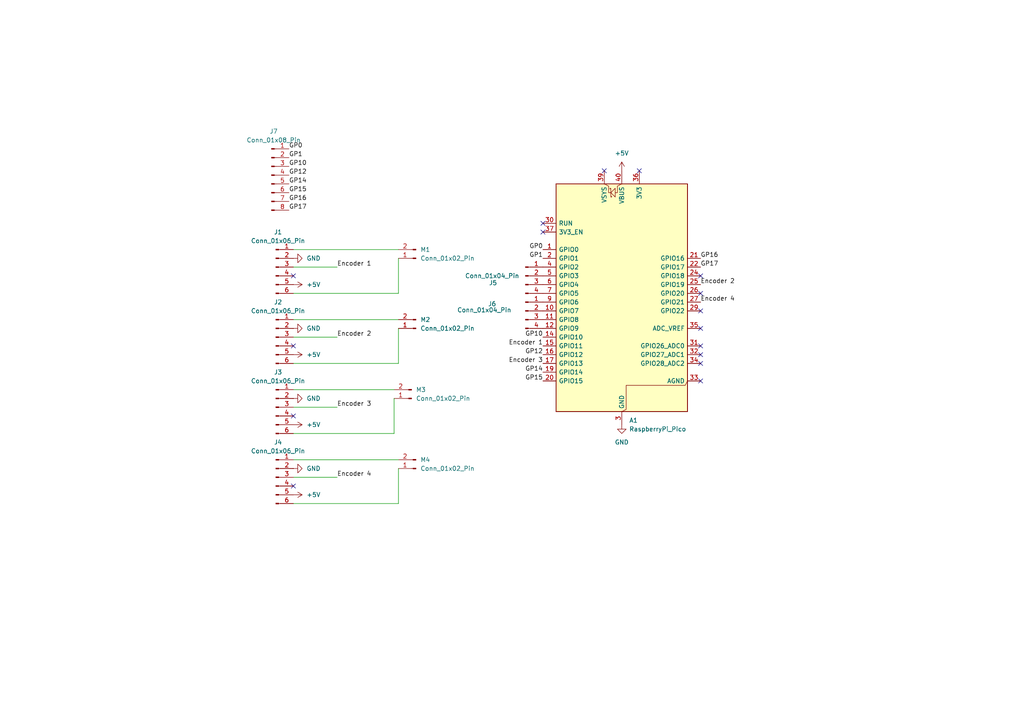
<source format=kicad_sch>
(kicad_sch (version 20250114) (generator "eeschema") (generator_version "9.0")
  (paper "A4")
  (lib_symbols
    (symbol "Connector:Conn_01x02_Pin" (pin_names (offset 1.016) (hide yes))
      (property "Reference" "J" (at 0 2.54 0))
      (property "Value" "Conn_01x02_Pin" (at 0 -5.08 0))
      (symbol "Conn_01x02_Pin_1_1"
        (rectangle (start 0.8636 0.127) (end 0 -0.127) (stroke (width 0.1524)) (fill (type outline)))
        (rectangle (start 0.8636 -2.413) (end 0 -2.667) (stroke (width 0.1524)) (fill (type outline)))
        (polyline (pts (xy 1.27 0) (xy 0.8636 0)) (stroke (width 0.1524)))
        (polyline (pts (xy 1.27 -2.54) (xy 0.8636 -2.54)) (stroke (width 0.1524)))
        (pin passive line (at 5.08 0 180) (length 3.81) (name "Pin_1") (number "1"))
        (pin passive line (at 5.08 -2.54 180) (length 3.81) (name "Pin_2") (number "2"))
      )
    )
    (symbol "Connector:Conn_01x04_Pin" (pin_names (offset 1.016) (hide yes))
      (property "Reference" "J" (at 0 5.08 0))
      (property "Value" "Conn_01x04_Pin" (at 0 -7.62 0))
      (symbol "Conn_01x04_Pin_1_1"
        (rectangle (start 0.8636 2.667) (end 0 2.413) (stroke (width 0.1524)) (fill (type outline)))
        (rectangle (start 0.8636 0.127) (end 0 -0.127) (stroke (width 0.1524)) (fill (type outline)))
        (rectangle (start 0.8636 -2.413) (end 0 -2.667) (stroke (width 0.1524)) (fill (type outline)))
        (rectangle (start 0.8636 -4.953) (end 0 -5.207) (stroke (width 0.1524)) (fill (type outline)))
        (polyline (pts (xy 1.27 2.54) (xy 0.8636 2.54)) (stroke (width 0.1524)))
        (polyline (pts (xy 1.27 0) (xy 0.8636 0)) (stroke (width 0.1524)))
        (polyline (pts (xy 1.27 -2.54) (xy 0.8636 -2.54)) (stroke (width 0.1524)))
        (polyline (pts (xy 1.27 -5.08) (xy 0.8636 -5.08)) (stroke (width 0.1524)))
        (pin passive line (at 5.08 2.54 180) (length 3.81) (name "Pin_1") (number "1"))
        (pin passive line (at 5.08 0 180) (length 3.81) (name "Pin_2") (number "2"))
        (pin passive line (at 5.08 -2.54 180) (length 3.81) (name "Pin_3") (number "3"))
        (pin passive line (at 5.08 -5.08 180) (length 3.81) (name "Pin_4") (number "4"))
      )
    )
    (symbol "Connector:Conn_01x06_Pin" (pin_names (offset 1.016) (hide yes))
      (property "Reference" "J" (at 0 7.62 0))
      (property "Value" "Conn_01x06_Pin" (at 0 -10.16 0))
      (symbol "Conn_01x06_Pin_1_1"
        (rectangle (start 0.8636 5.207) (end 0 4.953) (stroke (width 0.1524)) (fill (type outline)))
        (rectangle (start 0.8636 2.667) (end 0 2.413) (stroke (width 0.1524)) (fill (type outline)))
        (rectangle (start 0.8636 0.127) (end 0 -0.127) (stroke (width 0.1524)) (fill (type outline)))
        (rectangle (start 0.8636 -2.413) (end 0 -2.667) (stroke (width 0.1524)) (fill (type outline)))
        (rectangle (start 0.8636 -4.953) (end 0 -5.207) (stroke (width 0.1524)) (fill (type outline)))
        (rectangle (start 0.8636 -7.493) (end 0 -7.747) (stroke (width 0.1524)) (fill (type outline)))
        (polyline (pts (xy 1.27 5.08) (xy 0.8636 5.08)) (stroke (width 0.1524)))
        (polyline (pts (xy 1.27 2.54) (xy 0.8636 2.54)) (stroke (width 0.1524)))
        (polyline (pts (xy 1.27 0) (xy 0.8636 0)) (stroke (width 0.1524)))
        (polyline (pts (xy 1.27 -2.54) (xy 0.8636 -2.54)) (stroke (width 0.1524)))
        (polyline (pts (xy 1.27 -5.08) (xy 0.8636 -5.08)) (stroke (width 0.1524)))
        (polyline (pts (xy 1.27 -7.62) (xy 0.8636 -7.62)) (stroke (width 0.1524)))
        (pin passive line (at 5.08 5.08 180) (length 3.81) (name "Pin_1") (number "1"))
        (pin passive line (at 5.08 2.54 180) (length 3.81) (name "Pin_2") (number "2"))
        (pin passive line (at 5.08 0 180) (length 3.81) (name "Pin_3") (number "3"))
        (pin passive line (at 5.08 -2.54 180) (length 3.81) (name "Pin_4") (number "4"))
        (pin passive line (at 5.08 -5.08 180) (length 3.81) (name "Pin_5") (number "5"))
        (pin passive line (at 5.08 -7.62 180) (length 3.81) (name "Pin_6") (number "6"))
      )
    )
    (symbol "Connector:Conn_01x08_Pin" (pin_names (offset 1.016) (hide yes))
      (property "Reference" "J" (at 0 10.16 0))
      (property "Value" "Conn_01x08_Pin" (at 0 -12.7 0))
      (symbol "Conn_01x08_Pin_1_1"
        (rectangle (start 0.8636 7.747) (end 0 7.493) (stroke (width 0.1524)) (fill (type outline)))
        (rectangle (start 0.8636 5.207) (end 0 4.953) (stroke (width 0.1524)) (fill (type outline)))
        (rectangle (start 0.8636 2.667) (end 0 2.413) (stroke (width 0.1524)) (fill (type outline)))
        (rectangle (start 0.8636 0.127) (end 0 -0.127) (stroke (width 0.1524)) (fill (type outline)))
        (rectangle (start 0.8636 -2.413) (end 0 -2.667) (stroke (width 0.1524)) (fill (type outline)))
        (rectangle (start 0.8636 -4.953) (end 0 -5.207) (stroke (width 0.1524)) (fill (type outline)))
        (rectangle (start 0.8636 -7.493) (end 0 -7.747) (stroke (width 0.1524)) (fill (type outline)))
        (rectangle (start 0.8636 -10.033) (end 0 -10.287) (stroke (width 0.1524)) (fill (type outline)))
        (polyline (pts (xy 1.27 7.62) (xy 0.8636 7.62)) (stroke (width 0.1524)))
        (polyline (pts (xy 1.27 5.08) (xy 0.8636 5.08)) (stroke (width 0.1524)))
        (polyline (pts (xy 1.27 2.54) (xy 0.8636 2.54)) (stroke (width 0.1524)))
        (polyline (pts (xy 1.27 0) (xy 0.8636 0)) (stroke (width 0.1524)))
        (polyline (pts (xy 1.27 -2.54) (xy 0.8636 -2.54)) (stroke (width 0.1524)))
        (polyline (pts (xy 1.27 -5.08) (xy 0.8636 -5.08)) (stroke (width 0.1524)))
        (polyline (pts (xy 1.27 -7.62) (xy 0.8636 -7.62)) (stroke (width 0.1524)))
        (polyline (pts (xy 1.27 -10.16) (xy 0.8636 -10.16)) (stroke (width 0.1524)))
        (pin passive line (at 5.08 7.62 180) (length 3.81) (name "Pin_1") (number "1"))
        (pin passive line (at 5.08 5.08 180) (length 3.81) (name "Pin_2") (number "2"))
        (pin passive line (at 5.08 2.54 180) (length 3.81) (name "Pin_3") (number "3"))
        (pin passive line (at 5.08 0 180) (length 3.81) (name "Pin_4") (number "4"))
        (pin passive line (at 5.08 -2.54 180) (length 3.81) (name "Pin_5") (number "5"))
        (pin passive line (at 5.08 -5.08 180) (length 3.81) (name "Pin_6") (number "6"))
        (pin passive line (at 5.08 -7.62 180) (length 3.81) (name "Pin_7") (number "7"))
        (pin passive line (at 5.08 -10.16 180) (length 3.81) (name "Pin_8") (number "8"))
      )
    )
    (symbol "MCU_Module:RaspberryPi_Pico" (pin_names (offset 0.762))
      (property "Reference" "A" (at -19.05 35.56 0))
      (property "Value" "RaspberryPi_Pico" (at 7.62 35.56 0))
      (symbol "RaspberryPi_Pico_0_1"
        (rectangle (start -19.05 34.29) (end 19.05 -31.75) (stroke (width 0.254)) (fill (type background)))
        (polyline (pts (xy -5.08 34.29) (xy -3.81 33.655) (xy -3.81 31.75) (xy -3.175 31.75)))
        (polyline (pts (xy -3.429 32.766) (xy -3.429 33.02) (xy -3.175 33.02) (xy -3.175 30.48) (xy -2.921 30.48) (xy -2.921 30.734)))
        (polyline (pts (xy -3.175 31.75) (xy -1.905 33.02) (xy -1.905 30.48) (xy -3.175 31.75)))
        (polyline (pts (xy 0 34.29) (xy -1.27 33.655) (xy -1.27 31.75) (xy -1.905 31.75)))
        (polyline (pts (xy 0 -31.75) (xy 1.27 -31.115) (xy 1.27 -24.13) (xy 18.415 -24.13) (xy 19.05 -22.86)))
      )
      (symbol "RaspberryPi_Pico_1_1"
        (pin passive line (at -22.86 22.86 0) (length 3.81) (name "RUN") (number "30"))
        (pin passive line (at -22.86 20.32 0) (length 3.81) (name "3V3_EN") (number "37"))
        (pin bidirectional line (at -22.86 15.24 0) (length 3.81) (name "GPIO0") (number "1"))
        (pin bidirectional line (at -22.86 12.7 0) (length 3.81) (name "GPIO1") (number "2"))
        (pin bidirectional line (at -22.86 10.16 0) (length 3.81) (name "GPIO2") (number "4"))
        (pin bidirectional line (at -22.86 7.62 0) (length 3.81) (name "GPIO3") (number "5"))
        (pin bidirectional line (at -22.86 5.08 0) (length 3.81) (name "GPIO4") (number "6"))
        (pin bidirectional line (at -22.86 2.54 0) (length 3.81) (name "GPIO5") (number "7"))
        (pin bidirectional line (at -22.86 0 0) (length 3.81) (name "GPIO6") (number "9"))
        (pin bidirectional line (at -22.86 -2.54 0) (length 3.81) (name "GPIO7") (number "10"))
        (pin bidirectional line (at -22.86 -5.08 0) (length 3.81) (name "GPIO8") (number "11"))
        (pin bidirectional line (at -22.86 -7.62 0) (length 3.81) (name "GPIO9") (number "12"))
        (pin bidirectional line (at -22.86 -10.16 0) (length 3.81) (name "GPIO10") (number "14"))
        (pin bidirectional line (at -22.86 -12.7 0) (length 3.81) (name "GPIO11") (number "15"))
        (pin bidirectional line (at -22.86 -15.24 0) (length 3.81) (name "GPIO12") (number "16"))
        (pin bidirectional line (at -22.86 -17.78 0) (length 3.81) (name "GPIO13") (number "17"))
        (pin bidirectional line (at -22.86 -20.32 0) (length 3.81) (name "GPIO14") (number "19"))
        (pin bidirectional line (at -22.86 -22.86 0) (length 3.81) (name "GPIO15") (number "20"))
        (pin power_in line (at -5.08 38.1 270) (length 3.81) (name "VSYS") (number "39"))
        (pin power_out line (at 0 38.1 270) (length 3.81) (name "VBUS") (number "40"))
        (pin passive line (at 0 -35.56 90) (length 3.81) (hide yes) (name "GND") (number "13"))
        (pin passive line (at 0 -35.56 90) (length 3.81) (hide yes) (name "GND") (number "18"))
        (pin passive line (at 0 -35.56 90) (length 3.81) (hide yes) (name "GND") (number "23"))
        (pin passive line (at 0 -35.56 90) (length 3.81) (hide yes) (name "GND") (number "28"))
        (pin power_out line (at 0 -35.56 90) (length 3.81) (name "GND") (number "3"))
        (pin passive line (at 0 -35.56 90) (length 3.81) (hide yes) (name "GND") (number "38"))
        (pin passive line (at 0 -35.56 90) (length 3.81) (hide yes) (name "GND") (number "8"))
        (pin power_out line (at 5.08 38.1 270) (length 3.81) (name "3V3") (number "36"))
        (pin bidirectional line (at 22.86 12.7 180) (length 3.81) (name "GPIO16") (number "21"))
        (pin bidirectional line (at 22.86 10.16 180) (length 3.81) (name "GPIO17") (number "22"))
        (pin bidirectional line (at 22.86 7.62 180) (length 3.81) (name "GPIO18") (number "24"))
        (pin bidirectional line (at 22.86 5.08 180) (length 3.81) (name "GPIO19") (number "25"))
        (pin bidirectional line (at 22.86 2.54 180) (length 3.81) (name "GPIO20") (number "26"))
        (pin bidirectional line (at 22.86 0 180) (length 3.81) (name "GPIO21") (number "27"))
        (pin bidirectional line (at 22.86 -2.54 180) (length 3.81) (name "GPIO22") (number "29"))
        (pin power_in line (at 22.86 -7.62 180) (length 3.81) (name "ADC_VREF") (number "35"))
        (pin bidirectional line (at 22.86 -12.7 180) (length 3.81) (name "GPIO26_ADC0") (number "31"))
        (pin bidirectional line (at 22.86 -15.24 180) (length 3.81) (name "GPIO27_ADC1") (number "32"))
        (pin bidirectional line (at 22.86 -17.78 180) (length 3.81) (name "GPIO28_ADC2") (number "34"))
        (pin power_out line (at 22.86 -22.86 180) (length 3.81) (name "AGND") (number "33"))
      )
    )
    (symbol "power:+5V" (power) (pin_numbers (hide yes)) (pin_names (offset 0) (hide yes))
      (property "Value" "+5V" (at 0 3.556 0))
      (symbol "+5V_0_1"
        (polyline (pts (xy -0.762 1.27) (xy 0 2.54)))
        (polyline (pts (xy 0 2.54) (xy 0.762 1.27)))
        (polyline (pts (xy 0 0) (xy 0 2.54)))
      )
      (symbol "+5V_1_1"
        (pin power_in line (at 0 0 90) (length 0) (name "~") (number "1"))
      )
    )
    (symbol "power:GND" (power) (pin_numbers (hide yes)) (pin_names (offset 0) (hide yes))
      (property "Value" "GND" (at 0 -3.81 0))
      (symbol "GND_0_1"
        (polyline (pts (xy 0 0) (xy 0 -1.27) (xy 1.27 -1.27) (xy 0 -2.54) (xy -1.27 -1.27) (xy 0 -1.27)))
      )
      (symbol "GND_1_1"
        (pin power_in line (at 0 0 270) (length 0) (name "~") (number "1"))
      )
    )
  )
  (no_connect (at 203.2 90.17))
  (no_connect (at 203.2 110.49))
  (no_connect (at 175.26 49.53))
  (no_connect (at 157.48 64.77))
  (no_connect (at 85.09 140.97))
  (no_connect (at 203.2 102.87))
  (no_connect (at 85.09 100.33))
  (no_connect (at 185.42 49.53))
  (no_connect (at 203.2 105.41))
  (no_connect (at 203.2 100.33))
  (no_connect (at 157.48 67.31))
  (no_connect (at 203.2 80.01))
  (no_connect (at 85.09 120.65))
  (no_connect (at 203.2 95.25))
  (no_connect (at 203.2 85.09))
  (no_connect (at 85.09 80.01))
  (wire (pts (xy 97.79 77.47) (xy 85.09 77.47)))
  (wire (pts (xy 85.09 125.73) (xy 114.3 125.73)))
  (wire (pts (xy 97.79 118.11) (xy 85.09 118.11)))
  (wire (pts (xy 97.79 97.79) (xy 85.09 97.79)))
  (wire (pts (xy 85.09 105.41) (xy 115.57 105.41)))
  (wire (pts (xy 85.09 92.71) (xy 115.57 92.71)))
  (wire (pts (xy 85.09 146.05) (xy 115.57 146.05)))
  (wire (pts (xy 97.79 138.43) (xy 85.09 138.43)))
  (wire (pts (xy 115.57 105.41) (xy 115.57 95.25)))
  (wire (pts (xy 85.09 133.35) (xy 115.57 133.35)))
  (wire (pts (xy 85.09 72.39) (xy 115.57 72.39)))
  (wire (pts (xy 115.57 146.05) (xy 115.57 135.89)))
  (wire (pts (xy 85.09 113.03) (xy 114.3 113.03)))
  (wire (pts (xy 114.3 125.73) (xy 114.3 115.57)))
  (wire (pts (xy 115.57 85.09) (xy 115.57 74.93)))
  (wire (pts (xy 85.09 85.09) (xy 115.57 85.09)))
  (label "GP1" (at 83.82 45.72 0))
  (label "GP17" (at 83.82 60.96 0))
  (label "GP15" (at 83.82 55.88 0))
  (label "Encoder 2" (at 203.2 82.55 0))
  (label "GP12" (at 83.82 50.8 0))
  (label "Encoder 1" (at 157.48 100.33 180))
  (label "GP15" (at 157.48 110.49 180))
  (label "GP16" (at 83.82 58.42 0))
  (label "GP0" (at 83.82 43.18 0))
  (label "GP10" (at 83.82 48.26 0))
  (label "GP16" (at 203.2 74.93 0))
  (label "Encoder 4" (at 203.2 87.63 0))
  (label "GP14" (at 157.48 107.95 180))
  (label "Encoder 3" (at 157.48 105.41 180))
  (label "GP14" (at 83.82 53.34 0))
  (label "GP0" (at 157.48 72.39 180))
  (label "Encoder 1" (at 97.79 77.47 0))
  (label "GP10" (at 157.48 97.79 180))
  (label "GP1" (at 157.48 74.93 180))
  (label "GP17" (at 203.2 77.47 0))
  (label "Encoder 3" (at 97.79 118.11 0))
  (label "Encoder 4" (at 97.79 138.43 0))
  (label "GP12" (at 157.48 102.87 180))
  (label "Encoder 2" (at 97.79 97.79 0))
  (symbol (lib_id "power:GND") (at 85.09 115.57 90) (unit 1)
    (property "Reference" "#PWR05" (effects (hide yes)))
    (property "Value" "GND" (at 88.9 115.5699 90) (effects (justify right)))
    (property "Description" "Power symbol creates a global label with name \"GND\" , ground" (effects (hide yes)))
  )
  (symbol (lib_id "power:+5V") (at 85.09 123.19 270) (unit 1)
    (property "Reference" "#PWR09" (effects (hide yes)))
    (property "Value" "+5V" (at 88.9 123.1899 90) (effects (justify left)))
    (property "Description" "Power symbol creates a global label with name \"+5V\"" (effects (hide yes)))
  )
  (symbol (lib_id "Connector:Conn_01x02_Pin") (at 120.65 135.89 180) (unit 1)
    (property "Reference" "M4" (at 121.92 133.3499 0) (effects (justify right)))
    (property "Value" "Conn_01x02_Pin" (at 121.92 135.8899 0) (effects (justify right)))
    (property "Footprint" "Connector_PinHeader_2.54mm:PinHeader_1x02_P2.54mm_Vertical" (effects (hide yes)))
    (property "Description" "Generic connector, single row, 01x02, script generated" (effects (hide yes)))
  )
  (symbol (lib_id "power:GND") (at 85.09 95.25 90) (unit 1)
    (property "Reference" "#PWR04" (effects (hide yes)))
    (property "Value" "GND" (at 88.9 95.2499 90) (effects (justify right)))
    (property "Description" "Power symbol creates a global label with name \"GND\" , ground" (effects (hide yes)))
  )
  (symbol (lib_id "Connector:Conn_01x02_Pin") (at 120.65 74.93 180) (unit 1)
    (property "Reference" "M1" (at 121.92 72.3899 0) (effects (justify right)))
    (property "Value" "Conn_01x02_Pin" (at 121.92 74.9299 0) (effects (justify right)))
    (property "Footprint" "Connector_PinHeader_2.54mm:PinHeader_1x02_P2.54mm_Vertical" (effects (hide yes)))
    (property "Description" "Generic connector, single row, 01x02, script generated" (effects (hide yes)))
  )
  (symbol (lib_id "Connector:Conn_01x06_Pin") (at 80.01 138.43 0) (unit 1)
    (property "Reference" "J4" (at 80.645 128.27 0))
    (property "Value" "Conn_01x06_Pin" (at 80.645 130.81 0))
    (property "Footprint" "Connector_PinHeader_2.54mm:PinHeader_1x06_P2.54mm_Vertical" (effects (hide yes)))
    (property "Description" "Generic connector, single row, 01x06, script generated" (effects (hide yes)))
  )
  (symbol (lib_id "Connector:Conn_01x06_Pin") (at 80.01 97.79 0) (unit 1)
    (property "Reference" "J2" (at 80.645 87.63 0))
    (property "Value" "Conn_01x06_Pin" (at 80.645 90.17 0))
    (property "Footprint" "Connector_PinHeader_2.54mm:PinHeader_1x06_P2.54mm_Vertical" (effects (hide yes)))
    (property "Description" "Generic connector, single row, 01x06, script generated" (effects (hide yes)))
  )
  (symbol (lib_id "power:GND") (at 180.34 123.19 0) (unit 1)
    (property "Reference" "#PWR01" (effects (hide yes)))
    (property "Value" "GND" (at 180.34 128.27 0))
    (property "Description" "Power symbol creates a global label with name \"GND\" , ground" (effects (hide yes)))
  )
  (symbol (lib_id "Connector:Conn_01x06_Pin") (at 80.01 77.47 0) (unit 1)
    (property "Reference" "J1" (at 80.645 67.31 0))
    (property "Value" "Conn_01x06_Pin" (at 80.645 69.85 0))
    (property "Footprint" "Connector_PinHeader_2.54mm:PinHeader_1x06_P2.54mm_Vertical" (effects (hide yes)))
    (property "Description" "Generic connector, single row, 01x06, script generated" (effects (hide yes)))
  )
  (symbol (lib_id "MCU_Module:RaspberryPi_Pico") (at 180.34 87.63 0) (unit 1)
    (property "Reference" "A1" (at 182.4833 121.92 0) (effects (justify left)))
    (property "Value" "RaspberryPi_Pico" (at 182.4833 124.46 0) (effects (justify left)))
    (property "Footprint" "Module:RaspberryPi_Pico_Common_Unspecified" (effects (hide yes)))
    (property "Datasheet" "https://datasheets.raspberrypi.com/pico/pico-datasheet.pdf" (effects (hide yes)))
    (property "Description" "Versatile and inexpensive microcontroller module powered by RP2040 dual-core Arm Cortex-M0+ processor up to 133 MHz, 264kB SRAM, 2MB QSPI flash; also supports Raspberry Pi Pico 2" (effects (hide yes)))
  )
  (symbol (lib_id "Connector:Conn_01x08_Pin") (at 78.74 50.8 0) (unit 1)
    (property "Reference" "J7" (at 79.375 38.1 0))
    (property "Value" "Conn_01x08_Pin" (at 79.375 40.64 0))
    (property "Footprint" "Connector_PinHeader_2.54mm:PinHeader_1x08_P2.54mm_Vertical" (effects (hide yes)))
    (property "Description" "Generic connector, single row, 01x08, script generated" (effects (hide yes)))
  )
  (symbol (lib_id "Connector:Conn_01x04_Pin") (at 152.4 90.17 0) (unit 1)
    (property "Reference" "J6" (at 142.748 88.138 0))
    (property "Value" "Conn_01x04_Pin" (at 140.462 89.916 0))
    (property "Footprint" "Connector_PinHeader_2.54mm:PinHeader_1x04_P2.54mm_Vertical" (effects (hide yes)))
    (property "Description" "Generic connector, single row, 01x04, script generated" (effects (hide yes)))
  )
  (symbol (lib_id "Connector:Conn_01x06_Pin") (at 80.01 118.11 0) (unit 1)
    (property "Reference" "J3" (at 80.645 107.95 0))
    (property "Value" "Conn_01x06_Pin" (at 80.645 110.49 0))
    (property "Footprint" "Connector_PinHeader_2.54mm:PinHeader_1x06_P2.54mm_Vertical" (effects (hide yes)))
    (property "Description" "Generic connector, single row, 01x06, script generated" (effects (hide yes)))
  )
  (symbol (lib_id "power:GND") (at 85.09 74.93 90) (unit 1)
    (property "Reference" "#PWR03" (effects (hide yes)))
    (property "Value" "GND" (at 88.9 74.9299 90) (effects (justify right)))
    (property "Description" "Power symbol creates a global label with name \"GND\" , ground" (effects (hide yes)))
  )
  (symbol (lib_id "Connector:Conn_01x02_Pin") (at 119.38 115.57 180) (unit 1)
    (property "Reference" "M3" (at 120.65 113.0299 0) (effects (justify right)))
    (property "Value" "Conn_01x02_Pin" (at 120.65 115.5699 0) (effects (justify right)))
    (property "Footprint" "Connector_PinHeader_2.54mm:PinHeader_1x02_P2.54mm_Vertical" (effects (hide yes)))
    (property "Description" "Generic connector, single row, 01x02, script generated" (effects (hide yes)))
  )
  (symbol (lib_id "power:+5V") (at 180.34 49.53 0) (unit 1)
    (property "Reference" "#PWR02" (effects (hide yes)))
    (property "Value" "+5V" (at 180.34 44.45 0))
    (property "Description" "Power symbol creates a global label with name \"+5V\"" (effects (hide yes)))
  )
  (symbol (lib_id "Connector:Conn_01x04_Pin") (at 152.4 80.01 0) (unit 1)
    (property "Reference" "J5" (at 143.002 82.042 0))
    (property "Value" "Conn_01x04_Pin" (at 142.748 80.01 0))
    (property "Footprint" "Connector_PinHeader_2.54mm:PinHeader_1x04_P2.54mm_Vertical" (effects (hide yes)))
    (property "Description" "Generic connector, single row, 01x04, script generated" (effects (hide yes)))
  )
  (symbol (lib_id "Connector:Conn_01x02_Pin") (at 120.65 95.25 180) (unit 1)
    (property "Reference" "M2" (at 121.92 92.7099 0) (effects (justify right)))
    (property "Value" "Conn_01x02_Pin" (at 121.92 95.2499 0) (effects (justify right)))
    (property "Footprint" "Connector_PinHeader_2.54mm:PinHeader_1x02_P2.54mm_Vertical" (effects (hide yes)))
    (property "Description" "Generic connector, single row, 01x02, script generated" (effects (hide yes)))
  )
  (symbol (lib_id "power:+5V") (at 85.09 143.51 270) (unit 1)
    (property "Reference" "#PWR010" (effects (hide yes)))
    (property "Value" "+5V" (at 88.9 143.5099 90) (effects (justify left)))
    (property "Description" "Power symbol creates a global label with name \"+5V\"" (effects (hide yes)))
  )
  (symbol (lib_id "power:+5V") (at 85.09 82.55 270) (unit 1)
    (property "Reference" "#PWR07" (effects (hide yes)))
    (property "Value" "+5V" (at 88.9 82.5499 90) (effects (justify left)))
    (property "Description" "Power symbol creates a global label with name \"+5V\"" (effects (hide yes)))
  )
  (symbol (lib_id "power:GND") (at 85.09 135.89 90) (unit 1)
    (property "Reference" "#PWR06" (effects (hide yes)))
    (property "Value" "GND" (at 88.9 135.8899 90) (effects (justify right)))
    (property "Description" "Power symbol creates a global label with name \"GND\" , ground" (effects (hide yes)))
  )
  (symbol (lib_id "power:+5V") (at 85.09 102.87 270) (unit 1)
    (property "Reference" "#PWR08" (effects (hide yes)))
    (property "Value" "+5V" (at 88.9 102.8699 90) (effects (justify left)))
    (property "Description" "Power symbol creates a global label with name \"+5V\"" (effects (hide yes)))
  )
)
</source>
